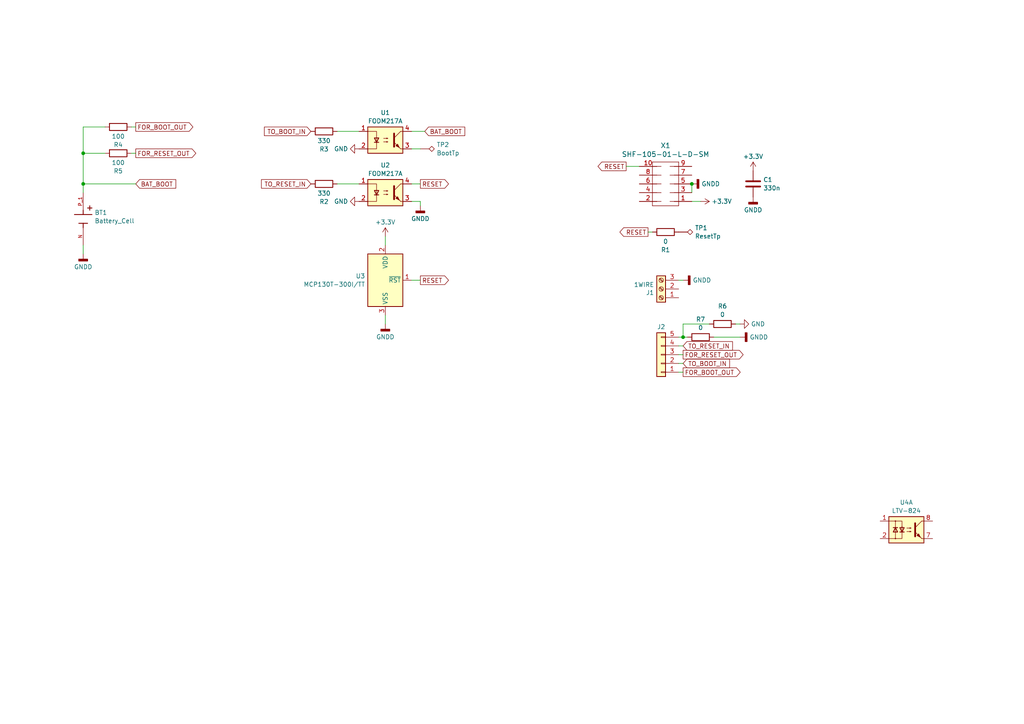
<source format=kicad_sch>
(kicad_sch (version 20230121) (generator eeschema)
  (paper "A4")
  (lib_symbols
    (symbol "Connector:Screw_Terminal_01x03" (pin_names (offset 1.016) hide)
      (property "Reference" "J" (at 0 5.08 0))
      (property "Value" "Screw_Terminal_01x03" (at 0 -5.08 0))
      (symbol "Screw_Terminal_01x03_1_1"
        (rectangle (start -1.27 3.81) (end 1.27 -3.81) (stroke (width 0.254)) (fill (type background)))
        (circle (center 0 -2.54) (radius 0.635) (stroke (width 0.1524)))
        (polyline (pts (xy -0.5334 -2.2098) (xy 0.3302 -3.048)) (stroke (width 0.1524)))
        (polyline (pts (xy -0.5334 0.3302) (xy 0.3302 -0.508)) (stroke (width 0.1524)))
        (polyline (pts (xy -0.5334 2.8702) (xy 0.3302 2.032)) (stroke (width 0.1524)))
        (polyline (pts (xy -0.3556 -2.032) (xy 0.508 -2.8702)) (stroke (width 0.1524)))
        (polyline (pts (xy -0.3556 0.508) (xy 0.508 -0.3302)) (stroke (width 0.1524)))
        (polyline (pts (xy -0.3556 3.048) (xy 0.508 2.2098)) (stroke (width 0.1524)))
        (circle (center 0 0) (radius 0.635) (stroke (width 0.1524)))
        (circle (center 0 2.54) (radius 0.635) (stroke (width 0.1524)))
        (pin passive line (at -5.08 2.54 0) (length 3.81) (name "Pin_1") (number "1"))
        (pin passive line (at -5.08 0 0) (length 3.81) (name "Pin_2") (number "2"))
        (pin passive line (at -5.08 -2.54 0) (length 3.81) (name "Pin_3") (number "3"))
      )
    )
    (symbol "Connector:TestPoint_Alt" (pin_numbers hide) (pin_names (offset 0.762) hide)
      (property "Reference" "TP" (at 0 6.858 0))
      (property "Value" "TestPoint_Alt" (at 0 5.08 0))
      (symbol "TestPoint_Alt_0_1"
        (polyline (pts (xy 0 2.54) (xy -0.762 3.302) (xy 0 4.064) (xy 0.762 3.302) (xy 0 2.54)))
      )
      (symbol "TestPoint_Alt_1_1"
        (pin passive line (at 0 0 90) (length 2.54) (name "1") (number "1"))
      )
    )
    (symbol "Connector_Generic:Conn_01x05" (pin_names (offset 1.016) hide)
      (property "Reference" "J" (at 0 7.62 0))
      (property "Value" "Conn_01x05" (at 0 -7.62 0))
      (symbol "Conn_01x05_1_1"
        (rectangle (start -1.27 -4.953) (end 0 -5.207) (stroke (width 0.1524)))
        (rectangle (start -1.27 -2.413) (end 0 -2.667) (stroke (width 0.1524)))
        (rectangle (start -1.27 0.127) (end 0 -0.127) (stroke (width 0.1524)))
        (rectangle (start -1.27 2.667) (end 0 2.413) (stroke (width 0.1524)))
        (rectangle (start -1.27 5.207) (end 0 4.953) (stroke (width 0.1524)))
        (rectangle (start -1.27 6.35) (end 1.27 -6.35) (stroke (width 0.254)) (fill (type background)))
        (pin passive line (at -5.08 5.08 0) (length 3.81) (name "Pin_1") (number "1"))
        (pin passive line (at -5.08 2.54 0) (length 3.81) (name "Pin_2") (number "2"))
        (pin passive line (at -5.08 0 0) (length 3.81) (name "Pin_3") (number "3"))
        (pin passive line (at -5.08 -2.54 0) (length 3.81) (name "Pin_4") (number "4"))
        (pin passive line (at -5.08 -5.08 0) (length 3.81) (name "Pin_5") (number "5"))
      )
    )
    (symbol "Device:C" (pin_numbers hide) (pin_names (offset 0.254))
      (property "Reference" "C" (at 0.635 2.54 0))
      (property "Value" "C" (at 0.635 -2.54 0))
      (symbol "C_0_1"
        (polyline (pts (xy -2.032 -0.762) (xy 2.032 -0.762)) (stroke (width 0.508)))
        (polyline (pts (xy -2.032 0.762) (xy 2.032 0.762)) (stroke (width 0.508)))
      )
      (symbol "C_1_1"
        (pin passive line (at 0 3.81 270) (length 2.794) (name "~") (number "1"))
        (pin passive line (at 0 -3.81 90) (length 2.794) (name "~") (number "2"))
      )
    )
    (symbol "Device:R" (pin_numbers hide) (pin_names (offset 0))
      (property "Reference" "R" (at 2.032 0 90))
      (property "Value" "R" (at 0 0 90))
      (symbol "R_0_1"
        (rectangle (start -1.016 -2.54) (end 1.016 2.54) (stroke (width 0.254)))
      )
      (symbol "R_1_1"
        (pin passive line (at 0 3.81 270) (length 1.27) (name "~") (number "1"))
        (pin passive line (at 0 -3.81 90) (length 1.27) (name "~") (number "2"))
      )
    )
    (symbol "Isolator:FODM217A"
      (property "Reference" "U" (at -5.08 5.08 0))
      (property "Value" "FODM217A" (at 0 5.08 0))
      (symbol "FODM217A_0_1"
        (rectangle (start -5.08 3.81) (end 5.08 -3.81) (stroke (width 0.254)) (fill (type background)))
        (polyline (pts (xy -3.175 -0.635) (xy -1.905 -0.635)) (stroke (width 0.254)))
        (polyline (pts (xy 2.54 0.635) (xy 4.445 2.54)))
        (polyline (pts (xy 4.445 -2.54) (xy 2.54 -0.635)) (fill (type outline)))
        (polyline (pts (xy 4.445 -2.54) (xy 5.08 -2.54)))
        (polyline (pts (xy 4.445 2.54) (xy 5.08 2.54)))
        (polyline (pts (xy -5.08 2.54) (xy -2.54 2.54) (xy -2.54 -0.635)))
        (polyline (pts (xy -2.54 -0.635) (xy -2.54 -2.54) (xy -5.08 -2.54)))
        (polyline (pts (xy 2.54 1.905) (xy 2.54 -1.905) (xy 2.54 -1.905)) (stroke (width 0.508)))
        (polyline (pts (xy -2.54 -0.635) (xy -3.175 0.635) (xy -1.905 0.635) (xy -2.54 -0.635)) (stroke (width 0.254)))
        (polyline (pts (xy -0.508 -0.508) (xy 0.762 -0.508) (xy 0.381 -0.635) (xy 0.381 -0.381) (xy 0.762 -0.508)))
        (polyline (pts (xy -0.508 0.508) (xy 0.762 0.508) (xy 0.381 0.381) (xy 0.381 0.635) (xy 0.762 0.508)))
        (polyline (pts (xy 3.048 -1.651) (xy 3.556 -1.143) (xy 4.064 -2.159) (xy 3.048 -1.651) (xy 3.048 -1.651)) (fill (type outline)))
      )
      (symbol "FODM217A_1_1"
        (pin passive line (at -7.62 2.54 0) (length 2.54) (name "~") (number "1"))
        (pin passive line (at -7.62 -2.54 0) (length 2.54) (name "~") (number "2"))
        (pin passive line (at 7.62 -2.54 180) (length 2.54) (name "~") (number "3"))
        (pin passive line (at 7.62 2.54 180) (length 2.54) (name "~") (number "4"))
      )
    )
    (symbol "Isolator:LTV-824" (pin_names (offset 1.016))
      (property "Reference" "U" (at -5.08 5.08 0))
      (property "Value" "LTV-824" (at 0 5.08 0))
      (symbol "LTV-824_0_1"
        (rectangle (start -5.08 3.81) (end 5.08 -3.81) (stroke (width 0.254)) (fill (type background)))
        (circle (center -3.175 -2.54) (radius 0.127))
        (circle (center -3.175 2.54) (radius 0.127))
        (polyline (pts (xy -3.81 0.635) (xy -2.54 0.635)) (stroke (width 0.254)))
        (polyline (pts (xy -3.175 0.635) (xy -3.175 -2.54)))
        (polyline (pts (xy -3.175 0.635) (xy -3.175 2.54)))
        (polyline (pts (xy -1.905 -0.635) (xy -0.635 -0.635)) (stroke (width 0.254)))
        (polyline (pts (xy 2.54 0.635) (xy 4.445 2.54)))
        (polyline (pts (xy 4.445 -2.54) (xy 2.54 -0.635)) (fill (type outline)))
        (polyline (pts (xy 4.445 -2.54) (xy 5.08 -2.54)))
        (polyline (pts (xy 4.445 2.54) (xy 5.08 2.54)))
        (polyline (pts (xy -5.08 2.54) (xy -1.27 2.54) (xy -1.27 0.635)))
        (polyline (pts (xy -1.27 1.016) (xy -1.27 -2.54) (xy -5.08 -2.54)))
        (polyline (pts (xy 2.54 1.905) (xy 2.54 -1.905) (xy 2.54 -1.905)) (stroke (width 0.508)))
        (polyline (pts (xy -3.175 0.635) (xy -3.81 -0.635) (xy -2.54 -0.635) (xy -3.175 0.635)) (stroke (width 0.254)))
        (polyline (pts (xy -1.27 -0.635) (xy -1.905 0.635) (xy -0.635 0.635) (xy -1.27 -0.635)) (stroke (width 0.254)))
        (polyline (pts (xy 0.127 -0.508) (xy 1.397 -0.508) (xy 1.016 -0.635) (xy 1.016 -0.381) (xy 1.397 -0.508)))
        (polyline (pts (xy 0.127 0.508) (xy 1.397 0.508) (xy 1.016 0.381) (xy 1.016 0.635) (xy 1.397 0.508)))
        (polyline (pts (xy 3.048 -1.651) (xy 3.556 -1.143) (xy 4.064 -2.159) (xy 3.048 -1.651) (xy 3.048 -1.651)) (fill (type outline)))
      )
      (symbol "LTV-824_1_1"
        (pin passive line (at -7.62 2.54 0) (length 2.54) (name "~") (number "1"))
        (pin passive line (at -7.62 -2.54 0) (length 2.54) (name "~") (number "2"))
        (pin passive line (at 7.62 -2.54 180) (length 2.54) (name "~") (number "7"))
        (pin passive line (at 7.62 2.54 180) (length 2.54) (name "~") (number "8"))
      )
      (symbol "LTV-824_2_1"
        (pin passive line (at -7.62 2.54 0) (length 2.54) (name "~") (number "3"))
        (pin passive line (at -7.62 -2.54 0) (length 2.54) (name "~") (number "4"))
        (pin passive line (at 7.62 -2.54 180) (length 2.54) (name "~") (number "5"))
        (pin passive line (at 7.62 2.54 180) (length 2.54) (name "~") (number "6"))
      )
    )
    (symbol "Power_Supervisor:MCP120-xxxxTT"
      (property "Reference" "U" (at -5.08 8.89 0))
      (property "Value" "MCP120-xxxxTT" (at 8.89 8.89 0))
      (symbol "MCP120-xxxxTT_0_1"
        (rectangle (start 5.08 7.62) (end -5.08 -7.62) (stroke (width 0.254)) (fill (type background)))
      )
      (symbol "MCP120-xxxxTT_1_1"
        (pin open_collector line (at 7.62 0 180) (length 2.54) (name "~{RST}") (number "1"))
        (pin power_in line (at 0 10.16 270) (length 2.54) (name "VDD") (number "2"))
        (pin power_in line (at 0 -10.16 90) (length 2.54) (name "VSS") (number "3"))
      )
    )
    (symbol "bat_keystone:1074" (pin_names (offset 1.016))
      (property "Reference" "BT" (at -3.81 3.81 0))
      (property "Value" "1074" (at -3.81 -5.08 0))
      (symbol "1074_0_0"
        (polyline (pts (xy -3.81 1.905) (xy -2.54 1.905)) (stroke (width 0.254)))
        (polyline (pts (xy -3.175 2.54) (xy -3.175 1.27)) (stroke (width 0.254)))
        (polyline (pts (xy -1.27 0) (xy -2.54 0)) (stroke (width 0.254)))
        (polyline (pts (xy -1.27 0) (xy -1.27 -2.54)) (stroke (width 0.254)))
        (polyline (pts (xy -1.27 2.54) (xy -1.27 0)) (stroke (width 0.254)))
        (polyline (pts (xy 1.27 0) (xy 1.27 -1.27)) (stroke (width 0.254)))
        (polyline (pts (xy 1.27 0) (xy 2.54 0)) (stroke (width 0.254)))
        (polyline (pts (xy 1.27 1.27) (xy 1.27 0)) (stroke (width 0.254)))
        (pin passive line (at 7.62 0 180) (length 5.08) (name "~") (number "N"))
        (pin passive line (at -7.62 0 0) (length 5.08) (name "~") (number "P_1"))
        (pin passive line (at -7.62 0 0) (length 5.08) hide (name "~") (number "P_2"))
      )
    )
    (symbol "paratnc_cp-eagle-import:PHB_1MM27_2X05_SNS" (pin_names (offset 1.016))
      (property "Reference" "X" (at -3.81 6.858 0))
      (property "Value" "PHB_1MM27_2X05_SNS" (at -3.81 -8.636 0))
      (symbol "PHB_1MM27_2X05_SNS_1_0"
        (polyline (pts (xy -3.81 6.35) (xy -3.81 -6.35)))
        (polyline (pts (xy -3.81 6.35) (xy 3.81 6.35)))
        (polyline (pts (xy -2.54 -5.08) (xy -1.27 -5.08)))
        (polyline (pts (xy -2.54 -2.54) (xy -1.27 -2.54)))
        (polyline (pts (xy -2.54 0) (xy -1.27 0)))
        (polyline (pts (xy -2.54 2.54) (xy -1.27 2.54)))
        (polyline (pts (xy -2.54 5.08) (xy -1.27 5.08)))
        (polyline (pts (xy 1.27 -5.08) (xy 2.54 -5.08)))
        (polyline (pts (xy 1.27 -2.54) (xy 2.54 -2.54)))
        (polyline (pts (xy 1.27 0) (xy 2.54 0)))
        (polyline (pts (xy 1.27 2.54) (xy 2.54 2.54)))
        (polyline (pts (xy 1.27 5.08) (xy 2.54 5.08)))
        (polyline (pts (xy 3.81 -6.35) (xy -3.81 -6.35)))
        (polyline (pts (xy 3.81 -6.35) (xy 3.81 6.35)))
        (pin passive line (at 7.62 -5.08 180) (length 5.08) (name "1") (number "1"))
        (pin passive line (at -7.62 5.08 0) (length 5.08) (name "10") (number "10"))
        (pin passive line (at -7.62 -5.08 0) (length 5.08) (name "2") (number "2"))
        (pin passive line (at 7.62 -2.54 180) (length 5.08) (name "3") (number "3"))
        (pin passive line (at -7.62 -2.54 0) (length 5.08) (name "4") (number "4"))
        (pin passive line (at 7.62 0 180) (length 5.08) (name "5") (number "5"))
        (pin passive line (at -7.62 0 0) (length 5.08) (name "6") (number "6"))
        (pin passive line (at 7.62 2.54 180) (length 5.08) (name "7") (number "7"))
        (pin passive line (at -7.62 2.54 0) (length 5.08) (name "8") (number "8"))
        (pin passive line (at 7.62 5.08 180) (length 5.08) (name "9") (number "9"))
      )
    )
    (symbol "power:+3.3V" (power) (pin_names (offset 0))
      (property "Value" "+3.3V" (at 0 3.556 0))
      (symbol "+3.3V_0_1"
        (polyline (pts (xy -0.762 1.27) (xy 0 2.54)))
        (polyline (pts (xy 0 0) (xy 0 2.54)))
        (polyline (pts (xy 0 2.54) (xy 0.762 1.27)))
      )
      (symbol "+3.3V_1_1"
        (pin power_in line (at 0 0 90) (length 0) hide (name "+3.3V") (number "1"))
      )
    )
    (symbol "power:GND" (power) (pin_names (offset 0))
      (property "Value" "GND" (at 0 -3.81 0))
      (symbol "GND_0_1"
        (polyline (pts (xy 0 0) (xy 0 -1.27) (xy 1.27 -1.27) (xy 0 -2.54) (xy -1.27 -1.27) (xy 0 -1.27)))
      )
      (symbol "GND_1_1"
        (pin power_in line (at 0 0 270) (length 0) hide (name "GND") (number "1"))
      )
    )
    (symbol "power:GNDD" (power) (pin_names (offset 0))
      (property "Value" "GNDD" (at 0 -3.175 0))
      (symbol "GNDD_0_1"
        (rectangle (start -1.27 -1.524) (end 1.27 -2.032) (stroke (width 0.254)) (fill (type outline)))
        (polyline (pts (xy 0 0) (xy 0 -1.524)))
      )
      (symbol "GNDD_1_1"
        (pin power_in line (at 0 0 270) (length 0) hide (name "GNDD") (number "1"))
      )
    )
  )
  (junction (at 200.66 53.34))
  (junction (at 198.12 97.79))
  (junction (at 24.13 44.45))
  (junction (at 24.13 53.34))
  (wire (pts (xy 38.1 44.45) (xy 39.37 44.45)))
  (wire (pts (xy 121.92 58.42) (xy 121.92 59.69)))
  (wire (pts (xy 187.96 67.31) (xy 189.23 67.31)))
  (wire (pts (xy 30.48 36.83) (xy 24.13 36.83)))
  (wire (pts (xy 196.85 102.87) (xy 198.12 102.87)))
  (wire (pts (xy 196.85 100.33) (xy 198.12 100.33)))
  (wire (pts (xy 119.38 53.34) (xy 121.92 53.34)))
  (wire (pts (xy 196.85 81.28) (xy 198.12 81.28)))
  (wire (pts (xy 196.85 105.41) (xy 198.12 105.41)))
  (wire (pts (xy 38.1 36.83) (xy 39.37 36.83)))
  (wire (pts (xy 30.48 44.45) (xy 24.13 44.45)))
  (wire (pts (xy 111.76 91.44) (xy 111.76 93.98)))
  (wire (pts (xy 196.85 107.95) (xy 198.12 107.95)))
  (wire (pts (xy 24.13 71.12) (xy 24.13 73.66)))
  (wire (pts (xy 119.38 38.1) (xy 123.19 38.1)))
  (wire (pts (xy 119.38 81.28) (xy 121.92 81.28)))
  (wire (pts (xy 24.13 36.83) (xy 24.13 44.45)))
  (wire (pts (xy 97.79 53.34) (xy 104.14 53.34)))
  (wire (pts (xy 200.66 58.42) (xy 203.2 58.42)))
  (wire (pts (xy 119.38 58.42) (xy 121.92 58.42)))
  (wire (pts (xy 111.76 68.58) (xy 111.76 71.12)))
  (wire (pts (xy 213.36 93.98) (xy 214.63 93.98)))
  (wire (pts (xy 119.38 43.18) (xy 121.92 43.18)))
  (wire (pts (xy 198.12 97.79) (xy 199.39 97.79)))
  (wire (pts (xy 24.13 53.34) (xy 39.37 53.34)))
  (wire (pts (xy 181.61 48.26) (xy 185.42 48.26)))
  (wire (pts (xy 24.13 44.45) (xy 24.13 53.34)))
  (wire (pts (xy 198.12 97.79) (xy 196.85 97.79)))
  (wire (pts (xy 207.01 97.79) (xy 214.63 97.79)))
  (wire (pts (xy 205.74 93.98) (xy 198.12 93.98)))
  (wire (pts (xy 198.12 93.98) (xy 198.12 97.79)))
  (wire (pts (xy 97.79 38.1) (xy 104.14 38.1)))
  (wire (pts (xy 24.13 53.34) (xy 24.13 55.88)))
  (wire (pts (xy 200.66 53.34) (xy 200.66 55.88)))
  (global_label "TO_RESET_IN" (shape input) (at 90.17 53.34 180) (property "Intersheetrefs" "${INTERSHEET_REFS}" (effects hide)))
  (global_label "FOR_RESET_OUT" (shape output) (at 198.12 102.87 0) (property "Intersheetrefs" "${INTERSHEET_REFS}" (effects hide)))
  (global_label "FOR_RESET_OUT" (shape output) (at 39.37 44.45 0) (property "Intersheetrefs" "${INTERSHEET_REFS}" (effects hide)))
  (global_label "TO_BOOT_IN" (shape input) (at 90.17 38.1 180) (property "Intersheetrefs" "${INTERSHEET_REFS}" (effects hide)))
  (global_label "TO_RESET_IN" (shape input) (at 198.12 100.33 0) (property "Intersheetrefs" "${INTERSHEET_REFS}" (effects hide)))
  (global_label "RESET" (shape output) (at 121.92 53.34 0) (property "Intersheetrefs" "${INTERSHEET_REFS}" (effects hide)))
  (global_label "RESET" (shape output) (at 121.92 81.28 0) (property "Intersheetrefs" "${INTERSHEET_REFS}" (effects hide)))
  (global_label "BAT_BOOT" (shape input) (at 39.37 53.34 0) (property "Intersheetrefs" "${INTERSHEET_REFS}" (effects hide)))
  (global_label "BAT_BOOT" (shape input) (at 123.19 38.1 0) (property "Intersheetrefs" "${INTERSHEET_REFS}" (effects hide)))
  (global_label "FOR_BOOT_OUT" (shape output) (at 39.37 36.83 0) (property "Intersheetrefs" "${INTERSHEET_REFS}" (effects hide)))
  (global_label "RESET" (shape output) (at 181.61 48.26 180) (property "Intersheetrefs" "${INTERSHEET_REFS}" (effects hide)))
  (global_label "FOR_BOOT_OUT" (shape output) (at 198.12 107.95 0) (property "Intersheetrefs" "${INTERSHEET_REFS}" (effects hide)))
  (global_label "RESET" (shape output) (at 187.96 67.31 180) (property "Intersheetrefs" "${INTERSHEET_REFS}" (effects hide)))
  (global_label "TO_BOOT_IN" (shape input) (at 198.12 105.41 0) (property "Intersheetrefs" "${INTERSHEET_REFS}" (effects hide)))
  (symbol (lib_id "Device:R") (at 203.2 97.79 90) (unit 1)
    (property "Reference" "R7" (at 203.2 92.6297 90))
    (property "Value" "0" (at 203.2 95.0539 90))
    (property "Footprint" "Resistor_SMD:R_0805_2012Metric_Pad1.20x1.40mm_HandSolder" (effects hide))
  )
  (symbol (lib_id "Isolator:FODM217A") (at 111.76 55.88 0) (unit 1)
    (property "Reference" "U2" (at 111.76 47.9257 0))
    (property "Value" "FODM217A" (at 111.76 50.3499 0))
    (property "Footprint" "Package_SO:SOP-4_4.4x2.6mm_P1.27mm" (effects hide))
    (property "Datasheet" "https://www.onsemi.com/pub/Collateral/FODM214-D.PDF" (effects hide))
  )
  (symbol (lib_id "Isolator:LTV-824") (at 262.89 153.67 0) (unit 1)
    (property "Reference" "U4" (at 262.89 145.7157 0))
    (property "Value" "LTV-824" (at 262.89 148.1399 0))
    (property "Footprint" "Package_DIP:DIP-8_W7.62mm" (effects hide))
    (property "Datasheet" "http://optoelectronics.liteon.com/upload/download/DS-70-96-0013/S_110_LTV-814%20824%20844%20(M,%20S,%20S-TA,%20S-TA1,%20S-TP)%20Series.pdf" (effects hide))
  )
  (symbol (lib_id "Connector:Screw_Terminal_01x03") (at 191.77 83.82 180) (unit 1)
    (property "Reference" "J1" (at 189.738 84.8868 0) (effects (justify left)))
    (property "Value" "1WIRE" (at 189.738 82.5754 0) (effects (justify left)))
    (property "Footprint" "phoneix-IMCV:1830870" (effects hide))
    (property "Datasheet" "https://www.tme.eu/en/details/15edgvc-3.5-03p/pluggable-terminal-blocks/degson-electronics/15edgvc-3-5-03p-14-00a-h/" (effects hide))
    (property "DESCRIPTION" "15EDGVC-3.5-03P-14-00A DEGSON ELECTRONICS" (effects hide))
  )
  (symbol (lib_id "Connector_Generic:Conn_01x05") (at 191.77 102.87 180) (unit 1)
    (property "Reference" "J2" (at 191.77 94.7999 0))
    (property "Value" "Screw_Terminal_01x06" (effects hide))
    (property "Footprint" "Connector_PinHeader_2.54mm:PinHeader_1x05_P2.54mm_Vertical" (effects hide))
  )
  (symbol (lib_id "power:GNDD") (at 218.44 57.15 0) (unit 1)
    (property "Reference" "#PWR013" (effects hide))
    (property "Value" "GNDD" (at 218.44 60.9021 0))
  )
  (symbol (lib_id "power:+3.3V") (at 203.2 58.42 270) (unit 1)
    (property "Reference" "#PWR03" (effects hide))
    (property "Value" "+3.3V" (at 206.375 58.42 90) (effects (justify left)))
  )
  (symbol (lib_id "power:+3.3V") (at 218.44 49.53 0) (unit 1)
    (property "Reference" "#PWR012" (effects hide))
    (property "Value" "+3.3V" (at 218.44 45.3969 0))
  )
  (symbol (lib_id "Device:C") (at 218.44 53.34 0) (unit 1)
    (property "Reference" "C1" (at 221.361 52.1279 0) (effects (justify left)))
    (property "Value" "330n" (at 221.361 54.5521 0) (effects (justify left)))
    (property "Footprint" "Capacitor_SMD:C_0805_2012Metric_Pad1.18x1.45mm_HandSolder" (effects hide))
  )
  (symbol (lib_id "Device:R") (at 34.29 36.83 90) (mirror x) (unit 1)
    (property "Reference" "R4" (at 34.29 41.9903 90))
    (property "Value" "100" (at 34.29 39.5661 90))
    (property "Footprint" "Resistor_SMD:R_0805_2012Metric_Pad1.20x1.40mm_HandSolder" (effects hide))
  )
  (symbol (lib_id "power:GNDD") (at 111.76 93.98 0) (unit 1)
    (property "Reference" "#PWR010" (effects hide))
    (property "Value" "GNDD" (at 111.76 97.7321 0))
  )
  (symbol (lib_id "power:GND") (at 214.63 93.98 90) (unit 1)
    (property "Reference" "#PWR08" (effects hide))
    (property "Value" "GND" (at 217.805 93.98 90) (effects (justify right)))
  )
  (symbol (lib_id "power:GNDD") (at 198.12 81.28 90) (unit 1)
    (property "Reference" "#PWR011" (effects hide))
    (property "Value" "GNDD" (at 200.914 81.28 90) (effects (justify right)))
  )
  (symbol (lib_id "power:+3.3V") (at 111.76 68.58 0) (unit 1)
    (property "Reference" "#PWR09" (effects hide))
    (property "Value" "+3.3V" (at 111.76 64.4469 0))
  )
  (symbol (lib_id "Connector:TestPoint_Alt") (at 121.92 43.18 270) (unit 1)
    (property "Reference" "TP2" (at 126.619 41.9679 90) (effects (justify left)))
    (property "Value" "BootTp" (at 126.619 44.3921 90) (effects (justify left)))
    (property "Footprint" "TestPoint:TestPoint_Plated_Hole_D2.0mm" (effects hide))
  )
  (symbol (lib_id "Connector:TestPoint_Alt") (at 196.85 67.31 270) (unit 1)
    (property "Reference" "TP1" (at 201.549 66.0979 90) (effects (justify left)))
    (property "Value" "ResetTp" (at 201.549 68.5221 90) (effects (justify left)))
    (property "Footprint" "TestPoint:TestPoint_Plated_Hole_D2.0mm" (effects hide))
  )
  (symbol (lib_id "power:GNDD") (at 24.13 73.66 0) (unit 1)
    (property "Reference" "#PWR06" (effects hide))
    (property "Value" "GNDD" (at 24.13 77.4121 0))
  )
  (symbol (lib_id "Isolator:FODM217A") (at 111.76 40.64 0) (unit 1)
    (property "Reference" "U1" (at 111.76 32.6857 0))
    (property "Value" "FODM217A" (at 111.76 35.1099 0))
    (property "Footprint" "Package_SO:SOP-4_4.4x2.6mm_P1.27mm" (effects hide))
    (property "Datasheet" "https://www.onsemi.com/pub/Collateral/FODM214-D.PDF" (effects hide))
  )
  (symbol (lib_id "Device:R") (at 193.04 67.31 90) (mirror x) (unit 1)
    (property "Reference" "R1" (at 193.04 72.4703 90))
    (property "Value" "0" (at 193.04 70.0461 90))
    (property "Footprint" "Resistor_SMD:R_0805_2012Metric_Pad1.20x1.40mm_HandSolder" (effects hide))
  )
  (symbol (lib_id "Device:R") (at 209.55 93.98 90) (unit 1)
    (property "Reference" "R6" (at 209.55 88.8197 90))
    (property "Value" "0" (at 209.55 91.2439 90))
    (property "Footprint" "Resistor_SMD:R_0805_2012Metric_Pad1.20x1.40mm_HandSolder" (effects hide))
  )
  (symbol (lib_id "power:GNDD") (at 121.92 59.69 0) (unit 1)
    (property "Reference" "#PWR02" (effects hide))
    (property "Value" "GNDD" (at 121.92 63.4421 0))
  )
  (symbol (lib_id "paratnc_cp-eagle-import:PHB_1MM27_2X05_SNS") (at 193.04 53.34 0) (unit 1)
    (property "Reference" "X1" (at 193.04 42.2148 0) (effects (font (size 1.4224 1.4224))))
    (property "Value" "SHF-105-01-L-D-SM" (at 193.04 44.7548 0) (effects (font (size 1.4224 1.4224))))
    (property "Footprint" "ParaTNC-imported:PHB_1MM27_2X05_SNS" (effects hide))
    (property "Datasheet" "https://eu.mouser.com/ProductDetail/Samtec/SHF-105-01-L-D-SM-K-TR?qs=FESYatJ8odJpoDzom8nasg%3D%3D" (effects hide))
    (property "DESCRIPTION" "SAMTEC SHF-105-01-L-D-SM-K-TR" (effects hide))
  )
  (symbol (lib_id "Device:R") (at 34.29 44.45 90) (mirror x) (unit 1)
    (property "Reference" "R5" (at 34.29 49.6103 90))
    (property "Value" "100" (at 34.29 47.1861 90))
    (property "Footprint" "Resistor_SMD:R_0805_2012Metric_Pad1.20x1.40mm_HandSolder" (effects hide))
  )
  (symbol (lib_id "bat_keystone:1074") (at 24.13 63.5 270) (unit 1)
    (property "Reference" "BT1" (at 27.432 61.6529 90) (effects (justify left)))
    (property "Value" "Battery_Cell" (at 27.432 64.0771 90) (effects (justify left)))
    (property "Footprint" "battery_keystone:BAT_1074" (effects hide))
    (property "MF" "Keystone Electronics" (effects hide))
    (property "MAXIMUM_PACKAGE_HEIGHT" "24.9mm" (effects hide))
    (property "Package" "None" (effects hide))
    (property "Price" "None" (effects hide))
    (property "Check_prices" "https://www.snapeda.com/parts/1074/Keystone/view-part/?ref=eda" (effects hide))
    (property "STANDARD" "Manufacturer Recommendations" (effects hide))
    (property "PARTREV" "B" (effects hide))
    (property "SnapEDA_Link" "https://www.snapeda.com/parts/1074/Keystone/view-part/?ref=snap" (effects hide))
    (property "MP" "1074" (effects hide))
    (property "Description" "\n                        \n                            THM (Vertical) Holder for 20mm Cel\n                        \n" (effects hide))
    (property "SNAPEDA_PN" "1074" (effects hide))
    (property "Availability" "In Stock" (effects hide))
    (property "MANUFACTURER" "Keystone" (effects hide))
  )
  (symbol (lib_id "power:GNDD") (at 200.66 53.34 90) (unit 1)
    (property "Reference" "#PWR04" (effects hide))
    (property "Value" "GNDD" (at 203.454 53.34 90) (effects (justify right)))
  )
  (symbol (lib_id "power:GNDD") (at 214.63 97.79 90) (unit 1)
    (property "Reference" "#PWR015" (effects hide))
    (property "Value" "GNDD" (at 217.424 97.79 90) (effects (justify right)))
  )
  (symbol (lib_id "power:GND") (at 104.14 58.42 270) (unit 1)
    (property "Reference" "#PWR01" (effects hide))
    (property "Value" "GND" (at 100.9651 58.42 90) (effects (justify right)))
  )
  (symbol (lib_id "Device:R") (at 93.98 53.34 90) (mirror x) (unit 1)
    (property "Reference" "R2" (at 93.98 58.5003 90))
    (property "Value" "330" (at 93.98 56.0761 90))
    (property "Footprint" "Resistor_SMD:R_0805_2012Metric_Pad1.20x1.40mm_HandSolder" (effects hide))
  )
  (symbol (lib_id "Power_Supervisor:MCP120-xxxxTT") (at 111.76 81.28 0) (unit 1)
    (property "Reference" "U3" (at 105.9181 80.0679 0) (effects (justify right)))
    (property "Value" "MCP130T-300I/TT" (at 105.9181 82.4921 0) (effects (justify right)))
    (property "Footprint" "Package_TO_SOT_SMD:SOT-23" (effects hide))
    (property "Datasheet" "http://ww1.microchip.com/downloads/en/DeviceDoc/11184d.pdf" (effects hide))
  )
  (symbol (lib_id "Device:R") (at 93.98 38.1 90) (mirror x) (unit 1)
    (property "Reference" "R3" (at 93.98 43.2603 90))
    (property "Value" "330" (at 93.98 40.8361 90))
    (property "Footprint" "Resistor_SMD:R_0805_2012Metric_Pad1.20x1.40mm_HandSolder" (effects hide))
  )
  (symbol (lib_id "power:GND") (at 104.14 43.18 270) (unit 1)
    (property "Reference" "#PWR05" (effects hide))
    (property "Value" "GND" (at 100.9651 43.18 90) (effects (justify right)))
  )
)
</source>
